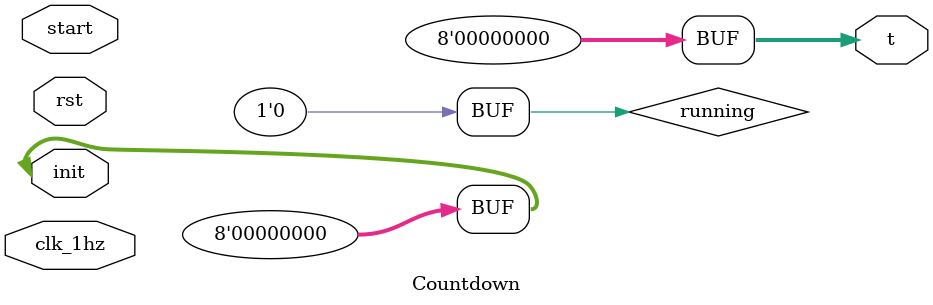
<source format=v>
`timescale 1ns / 1ps
module Countdown(
    input clk_1hz,
    input rst,
    input start,
    input [7:0] init,
    output [7:0] t
    );

reg [7:0] t;
reg running = 0;

always @(init) begin
	if (!running) begin
		t = init;
	end else begin
		t = t;
	end
end

always @(posedge clk_1hz) begin
	if (running) begin
		t <= t - 1;
	end else begin
		t <= init;
	end
end

always @(posedge start) begin
	running = 1;
end

always @(rst) begin
	running = 0;
	t = 0;
end

endmodule

</source>
